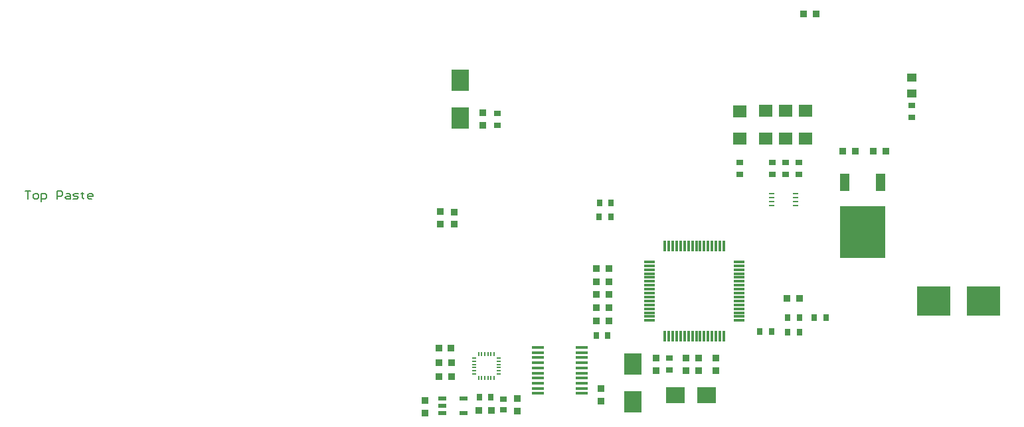
<source format=gtp>
G04*
G04 #@! TF.GenerationSoftware,Altium Limited,Altium Designer,18.1.9 (240)*
G04*
G04 Layer_Color=8421504*
%FSLAX25Y25*%
%MOIN*%
G70*
G01*
G75*
%ADD12C,0.00700*%
%ADD18R,0.04724X0.08661*%
%ADD19R,0.22835X0.26378*%
%ADD20R,0.04331X0.02362*%
%ADD21R,0.03150X0.03740*%
%ADD22R,0.00787X0.02362*%
%ADD23R,0.02362X0.00787*%
%ADD24R,0.06299X0.01181*%
%ADD25R,0.09449X0.07874*%
%ADD26R,0.05709X0.01181*%
%ADD27R,0.01181X0.05709*%
%ADD28R,0.06890X0.05906*%
%ADD29R,0.05118X0.04331*%
%ADD30R,0.03347X0.03150*%
%ADD31R,0.03543X0.03740*%
%ADD32R,0.02953X0.00984*%
%ADD33R,0.16693X0.15000*%
%ADD34R,0.08661X0.11024*%
%ADD35R,0.03740X0.03543*%
%ADD36R,0.03740X0.03150*%
D12*
X-142838Y125078D02*
X-140172D01*
X-141505D01*
Y121080D01*
X-138173D02*
X-136840D01*
X-136174Y121746D01*
Y123079D01*
X-136840Y123745D01*
X-138173D01*
X-138839Y123079D01*
Y121746D01*
X-138173Y121080D01*
X-134841Y119747D02*
Y123745D01*
X-132841D01*
X-132175Y123079D01*
Y121746D01*
X-132841Y121080D01*
X-134841D01*
X-126843D02*
Y125078D01*
X-124844D01*
X-124178Y124412D01*
Y123079D01*
X-124844Y122412D01*
X-126843D01*
X-122178Y123745D02*
X-120845D01*
X-120179Y123079D01*
Y121080D01*
X-122178D01*
X-122845Y121746D01*
X-122178Y122412D01*
X-120179D01*
X-118846Y121080D02*
X-116847D01*
X-116180Y121746D01*
X-116847Y122412D01*
X-118180D01*
X-118846Y123079D01*
X-118180Y123745D01*
X-116180D01*
X-114181Y124412D02*
Y123745D01*
X-114847D01*
X-113514D01*
X-114181D01*
Y121746D01*
X-113514Y121080D01*
X-109516D02*
X-110848D01*
X-111515Y121746D01*
Y123079D01*
X-110848Y123745D01*
X-109516D01*
X-108849Y123079D01*
Y122412D01*
X-111515D01*
D18*
X286516Y129232D02*
D03*
X268406D02*
D03*
D19*
X277461Y104429D02*
D03*
D20*
X77264Y20669D02*
D03*
Y13189D02*
D03*
X66634D02*
D03*
Y16929D02*
D03*
Y20669D02*
D03*
D21*
X85138Y21358D02*
D03*
X91043D02*
D03*
X151378Y119095D02*
D03*
X145472D02*
D03*
X245768Y61417D02*
D03*
X239862D02*
D03*
X253346Y61319D02*
D03*
X259252D02*
D03*
X239862Y54035D02*
D03*
X245768D02*
D03*
X151279Y112008D02*
D03*
X145374D02*
D03*
X231791Y54232D02*
D03*
X225886D02*
D03*
X149705Y52264D02*
D03*
X143799D02*
D03*
D22*
X92618Y43110D02*
D03*
X91043D02*
D03*
X89468D02*
D03*
X87894D02*
D03*
X86319D02*
D03*
X84744D02*
D03*
Y30906D02*
D03*
X86319D02*
D03*
X87894D02*
D03*
X89468D02*
D03*
X91043D02*
D03*
X92618D02*
D03*
D23*
X82579Y40945D02*
D03*
Y39370D02*
D03*
Y37795D02*
D03*
Y36220D02*
D03*
Y34646D02*
D03*
Y33071D02*
D03*
X94784D02*
D03*
Y34646D02*
D03*
Y36220D02*
D03*
Y37795D02*
D03*
Y39370D02*
D03*
Y40945D02*
D03*
D24*
X114469Y46260D02*
D03*
Y43701D02*
D03*
Y41142D02*
D03*
Y38583D02*
D03*
Y36024D02*
D03*
Y33465D02*
D03*
Y30906D02*
D03*
Y28346D02*
D03*
Y25787D02*
D03*
Y23228D02*
D03*
X136516Y46260D02*
D03*
Y43701D02*
D03*
Y41142D02*
D03*
Y38583D02*
D03*
Y36024D02*
D03*
Y33465D02*
D03*
Y30906D02*
D03*
Y28346D02*
D03*
Y25787D02*
D03*
Y23228D02*
D03*
D25*
X199311Y22441D02*
D03*
X183563D02*
D03*
D26*
X215650Y89370D02*
D03*
Y87402D02*
D03*
Y85433D02*
D03*
Y83465D02*
D03*
Y81496D02*
D03*
Y79528D02*
D03*
Y77559D02*
D03*
Y75590D02*
D03*
Y73622D02*
D03*
Y71653D02*
D03*
Y69685D02*
D03*
Y67716D02*
D03*
Y65748D02*
D03*
Y63779D02*
D03*
Y61811D02*
D03*
Y59842D02*
D03*
X170571D02*
D03*
Y61811D02*
D03*
Y63779D02*
D03*
Y65748D02*
D03*
Y67716D02*
D03*
Y69685D02*
D03*
Y71653D02*
D03*
Y73622D02*
D03*
Y75590D02*
D03*
Y77559D02*
D03*
Y79528D02*
D03*
Y81496D02*
D03*
Y83465D02*
D03*
Y85433D02*
D03*
Y87402D02*
D03*
Y89370D02*
D03*
D27*
X207874Y52067D02*
D03*
X205906D02*
D03*
X203937D02*
D03*
X201969D02*
D03*
X200000D02*
D03*
X198031D02*
D03*
X196063D02*
D03*
X194095D02*
D03*
X192126D02*
D03*
X190157D02*
D03*
X188189D02*
D03*
X186221D02*
D03*
X184252D02*
D03*
X182283D02*
D03*
X180315D02*
D03*
X178347D02*
D03*
Y97146D02*
D03*
X180315D02*
D03*
X182283D02*
D03*
X184252D02*
D03*
X186221D02*
D03*
X188189D02*
D03*
X190157D02*
D03*
X192126D02*
D03*
X194095D02*
D03*
X196063D02*
D03*
X198031D02*
D03*
X200000D02*
D03*
X201969D02*
D03*
X203937D02*
D03*
X205906D02*
D03*
X207874D02*
D03*
D28*
X215846Y165059D02*
D03*
Y151279D02*
D03*
X238779Y151378D02*
D03*
Y165157D02*
D03*
X249016Y151378D02*
D03*
Y165157D02*
D03*
X228937Y151378D02*
D03*
Y165157D02*
D03*
D29*
X302264Y181988D02*
D03*
Y174114D02*
D03*
D30*
X97342Y20374D02*
D03*
Y15059D02*
D03*
D31*
X64862Y38780D02*
D03*
X71161D02*
D03*
X247835Y213976D02*
D03*
X254134D02*
D03*
X289075Y144882D02*
D03*
X282776D02*
D03*
X273917D02*
D03*
X267618D02*
D03*
X143799Y59547D02*
D03*
X150098D02*
D03*
X245768Y70965D02*
D03*
X239469D02*
D03*
X143799Y79429D02*
D03*
X150098D02*
D03*
X143799Y66240D02*
D03*
X150098D02*
D03*
X143799Y72933D02*
D03*
X150098D02*
D03*
X143799Y86122D02*
D03*
X150098D02*
D03*
X71063Y45965D02*
D03*
X64764D02*
D03*
X64961Y31594D02*
D03*
X71260D02*
D03*
X85039Y14665D02*
D03*
X91339D02*
D03*
D32*
X243996Y117717D02*
D03*
Y119685D02*
D03*
Y121654D02*
D03*
Y123622D02*
D03*
X231791Y117717D02*
D03*
Y119685D02*
D03*
Y121654D02*
D03*
Y123622D02*
D03*
D33*
X313110Y69685D02*
D03*
X338189D02*
D03*
D34*
X162205Y19094D02*
D03*
Y37992D02*
D03*
X75492Y161614D02*
D03*
Y180512D02*
D03*
D35*
X65453Y108268D02*
D03*
Y114567D02*
D03*
X72539Y108169D02*
D03*
Y114469D02*
D03*
X87008Y164265D02*
D03*
Y157966D02*
D03*
X188779Y34646D02*
D03*
Y40945D02*
D03*
X195374Y34646D02*
D03*
Y40945D02*
D03*
X204035Y34646D02*
D03*
Y40945D02*
D03*
X173917Y34646D02*
D03*
Y40945D02*
D03*
X57776Y13189D02*
D03*
Y19488D02*
D03*
X146358Y19291D02*
D03*
Y25591D02*
D03*
X104134Y14469D02*
D03*
Y20768D02*
D03*
D36*
X94193Y157972D02*
D03*
Y163878D02*
D03*
X238878Y139173D02*
D03*
Y133268D02*
D03*
X245571Y139173D02*
D03*
Y133268D02*
D03*
X232087Y139173D02*
D03*
Y133268D02*
D03*
X180709Y40945D02*
D03*
Y35039D02*
D03*
X215748Y133268D02*
D03*
Y139173D02*
D03*
X302362Y162106D02*
D03*
Y168012D02*
D03*
M02*

</source>
